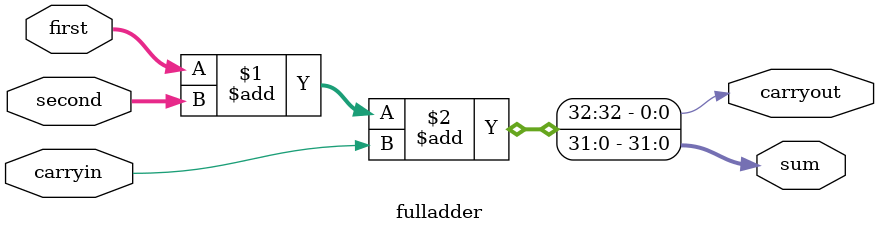
<source format=v>
`timescale 1ns / 1ps


module fulladder(
    input [31:0] first,
    input [31:0] second,
    input carryin,
    output carryout,
    output [31:0] sum
    );
    assign {carryout, sum} = first + second + carryin;
endmodule

</source>
